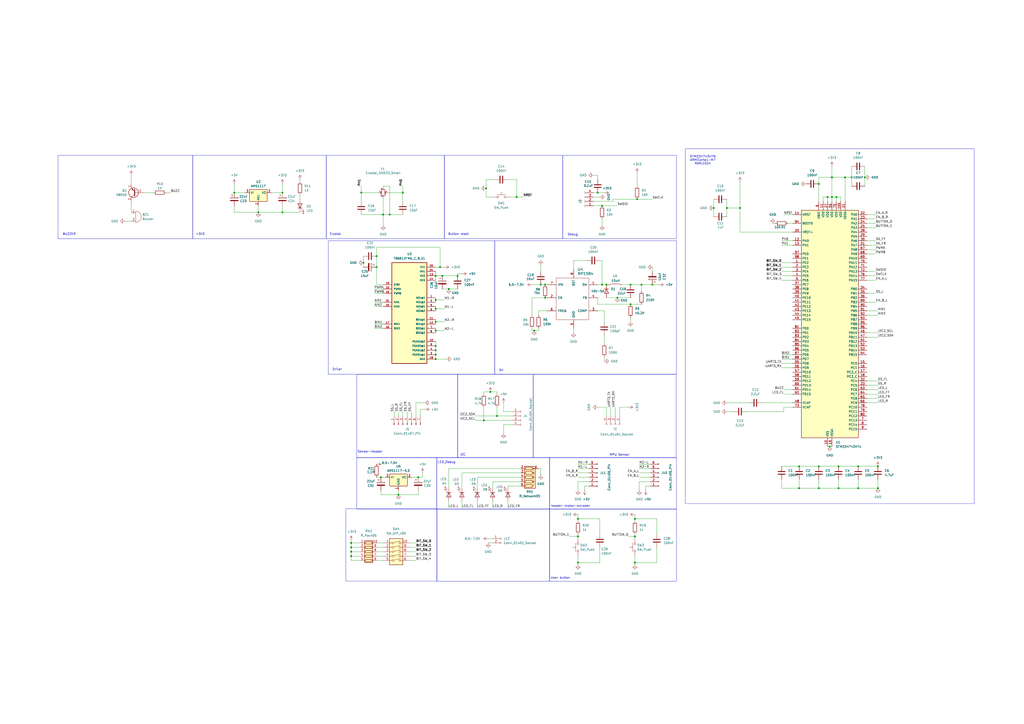
<source format=kicad_sch>
(kicad_sch (version 20231120) (generator "eeschema") (generator_version "8.0")
  (paper "A2")
  (title_block (title "Micromouse24_2"))
  (junction (at 316.23 172.72))
  (junction (at 252.73 173.99))
  (junction (at 252.73 160.02))
  (junction (at 163.83 123.19))
  (junction (at 252.73 186.69))
  (junction (at 463.55 270.51))
  (junction (at 335.28 326.39))
  (junction (at 203.708 322.58))
  (junction (at 299.72 114.3))
  (junction (at 335.28 300.99))
  (junction (at 368.3 300.99))
  (junction (at 281.94 109.22))
  (junction (at 218.44 148.59))
  (junction (at 378.46 165.1))
  (junction (at 368.3 311.15))
  (junction (at 135.89 111.76))
  (junction (at 309.88 191.77))
  (junction (at 463.55 283.21))
  (junction (at 368.3 326.39))
  (junction (at 346.71 111.76))
  (junction (at 474.98 106.68))
  (junction (at 203.708 314.96))
  (junction (at 497.84 270.51))
  (junction (at 365.76 176.53))
  (junction (at 252.73 205.74))
  (junction (at 351.79 165.1))
  (junction (at 509.27 283.21))
  (junction (at 482.6 114.3))
  (junction (at 288.29 241.3))
  (junction (at 501.65 102.87))
  (junction (at 256.54 160.02))
  (junction (at 203.708 320.04))
  (junction (at 349.25 119.38))
  (junction (at 233.68 111.76))
  (junction (at 349.25 165.1))
  (junction (at 421.64 120.65))
  (junction (at 210.82 152.4))
  (junction (at 284.48 227.33))
  (junction (at 209.55 111.76))
  (junction (at 372.11 165.1))
  (junction (at 220.98 276.86))
  (junction (at 429.26 120.65))
  (junction (at 252.73 179.07))
  (junction (at 252.73 208.28))
  (junction (at 474.98 283.21))
  (junction (at 485.14 114.3))
  (junction (at 260.35 167.64))
  (junction (at 480.06 114.3))
  (junction (at 414.02 120.65))
  (junction (at 226.06 124.46))
  (junction (at 358.14 172.72))
  (junction (at 474.98 270.51))
  (junction (at 163.83 111.76))
  (junction (at 369.57 115.57))
  (junction (at 482.6 102.87))
  (junction (at 222.25 124.46))
  (junction (at 231.14 287.02))
  (junction (at 313.69 165.1))
  (junction (at 265.43 160.02))
  (junction (at 255.27 154.94))
  (junction (at 252.73 200.66))
  (junction (at 497.84 283.21))
  (junction (at 218.44 154.94))
  (junction (at 203.708 317.5))
  (junction (at 486.41 270.51))
  (junction (at 365.76 165.1))
  (junction (at 509.27 270.51))
  (junction (at 316.23 165.1))
  (junction (at 280.67 243.84))
  (junction (at 252.73 191.77))
  (junction (at 149.86 123.19))
  (junction (at 252.73 203.2))
  (junction (at 486.41 283.21))
  (junction (at 335.28 311.15))
  (junction (at 490.22 102.87))
  (junction (at 242.57 276.86))
  (junction (at 481.33 259.08))
  (junction (at 494.03 102.87))
  (wire (pts (xy 454.66 236.22) (xy 459.74 236.22)))
  (wire (pts (xy 335.28 298.45) (xy 335.28 300.99)))
  (wire (pts (xy 358.14 172.72) (xy 365.76 172.72)))
  (wire (pts (xy 474.98 270.51) (xy 486.41 270.51)))
  (wire (pts (xy 288.29 236.22) (xy 288.29 241.3)))
  (wire (pts (xy 364.49 236.22) (xy 359.41 236.22)))
  (wire (pts (xy 276.86 290.83) (xy 276.86 294.64)))
  (wire (pts (xy 359.41 241.3) (xy 359.41 236.22)))
  (wire (pts (xy 497.84 270.51) (xy 509.27 270.51)))
  (wire (pts (xy 299.72 114.3) (xy 303.53 114.3)))
  (wire (pts (xy 163.83 119.38) (xy 163.83 123.19)))
  (wire (pts (xy 295.91 114.3) (xy 299.72 114.3)))
  (wire (pts (xy 346.71 104.14) (xy 346.71 101.6)))
  (wire (pts (xy 368.3 300.99) (xy 368.3 302.26)))
  (wire (pts (xy 502.92 124.46) (xy 508 124.46)))
  (wire (pts (xy 238.76 238.76) (xy 238.76 241.3)))
  (wire (pts (xy 340.36 151.13) (xy 332.74 151.13)))
  (wire (pts (xy 335.28 309.88) (xy 335.28 311.15)))
  (wire (pts (xy 173.99 113.03) (xy 173.99 115.57)))
  (wire (pts (xy 224.79 111.76) (xy 233.68 111.76)))
  (wire (pts (xy 252.73 154.94) (xy 255.27 154.94)))
  (wire (pts (xy 421.64 115.57) (xy 421.64 120.65)))
  (wire (pts (xy 217.17 177.8) (xy 222.25 177.8)))
  (wire (pts (xy 502.92 180.34) (xy 509.27 180.34)))
  (wire (pts (xy 369.57 100.33) (xy 369.57 107.95)))
  (wire (pts (xy 210.82 148.59) (xy 210.82 152.4)))
  (wire (pts (xy 502.92 226.06) (xy 509.27 226.06)))
  (wire (pts (xy 502.92 170.18) (xy 508 170.18)))
  (wire (pts (xy 421.64 120.65) (xy 429.26 120.65)))
  (wire (pts (xy 501.65 102.87) (xy 501.65 107.95)))
  (wire (pts (xy 222.25 124.46) (xy 226.06 124.46)))
  (wire (pts (xy 316.23 165.1) (xy 317.5 165.1)))
  (wire (pts (xy 486.41 283.21) (xy 497.84 283.21)))
  (wire (pts (xy 218.948 322.58) (xy 222.25 322.58)))
  (wire (pts (xy 449.58 129.54) (xy 448.31 129.54)))
  (wire (pts (xy 217.17 167.64) (xy 222.25 167.64)))
  (wire (pts (xy 157.48 111.76) (xy 163.83 111.76)))
  (wire (pts (xy 497.84 283.21) (xy 509.27 283.21)))
  (wire (pts (xy 370.84 269.24) (xy 377.19 269.24)))
  (wire (pts (xy 453.39 283.21) (xy 463.55 283.21)))
  (wire (pts (xy 135.89 123.19) (xy 149.86 123.19)))
  (wire (pts (xy 217.17 190.5) (xy 222.25 190.5)))
  (wire (pts (xy 242.57 276.86) (xy 245.11 276.86)))
  (wire (pts (xy 284.48 227.33) (xy 280.67 227.33)))
  (wire (pts (xy 280.67 227.33) (xy 280.67 228.6)))
  (wire (pts (xy 313.69 153.67) (xy 313.69 157.48)))
  (wire (pts (xy 486.41 270.51) (xy 497.84 270.51)))
  (wire (pts (xy 218.44 143.51) (xy 218.44 148.59)))
  (wire (pts (xy 330.2 311.15) (xy 335.28 311.15)))
  (wire (pts (xy 502.92 160.02) (xy 508 160.02)))
  (wire (pts (xy 252.73 160.02) (xy 256.54 160.02)))
  (wire (pts (xy 217.17 187.96) (xy 222.25 187.96)))
  (wire (pts (xy 173.99 104.14) (xy 173.99 105.41)))
  (wire (pts (xy 482.6 102.87) (xy 482.6 114.3)))
  (wire (pts (xy 494.03 96.52) (xy 494.03 102.87)))
  (wire (pts (xy 76.2 101.6) (xy 76.2 106.68)))
  (wire (pts (xy 502.92 195.58) (xy 509.27 195.58)))
  (wire (pts (xy 441.96 233.68) (xy 459.74 233.68)))
  (wire (pts (xy 222.25 114.3) (xy 222.25 124.46)))
  (wire (pts (xy 414.02 115.57) (xy 414.02 120.65)))
  (wire (pts (xy 217.17 170.18) (xy 222.25 170.18)))
  (wire (pts (xy 477.52 114.3) (xy 480.06 114.3)))
  (wire (pts (xy 335.28 276.86) (xy 341.63 276.86)))
  (wire (pts (xy 292.1 233.68) (xy 292.1 238.76)))
  (wire (pts (xy 346.71 180.34) (xy 350.52 180.34)))
  (wire (pts (xy 351.79 236.22) (xy 346.71 236.22)))
  (wire (pts (xy 308.61 191.77) (xy 309.88 191.77)))
  (wire (pts (xy 482.6 102.87) (xy 490.22 102.87)))
  (wire (pts (xy 241.3 314.96) (xy 237.49 314.96)))
  (wire (pts (xy 433.07 238.76) (xy 454.66 238.76)))
  (wire (pts (xy 252.73 172.72) (xy 252.73 173.99)))
  (wire (pts (xy 255.27 154.94) (xy 255.27 143.51)))
  (wire (pts (xy 228.6 238.76) (xy 228.6 241.3)))
  (wire (pts (xy 482.6 96.52) (xy 482.6 102.87)))
  (wire (pts (xy 350.52 194.31) (xy 350.52 199.39)))
  (wire (pts (xy 242.57 284.48) (xy 242.57 287.02)))
  (wire (pts (xy 275.59 243.84) (xy 280.67 243.84)))
  (wire (pts (xy 275.59 241.3) (xy 288.29 241.3)))
  (wire (pts (xy 308.61 172.72) (xy 316.23 172.72)))
  (wire (pts (xy 252.73 205.74) (xy 252.73 208.28)))
  (wire (pts (xy 421.64 120.65) (xy 421.64 125.73)))
  (wire (pts (xy 252.73 173.99) (xy 257.81 173.99)))
  (wire (pts (xy 231.14 238.76) (xy 231.14 241.3)))
  (wire (pts (xy 453.39 278.13) (xy 453.39 283.21)))
  (wire (pts (xy 316.23 172.72) (xy 317.5 172.72)))
  (wire (pts (xy 313.69 271.78) (xy 313.69 275.59)))
  (wire (pts (xy 267.97 274.32) (xy 302.26 274.32)))
  (wire (pts (xy 378.46 157.48) (xy 378.46 154.94)))
  (wire (pts (xy 267.97 290.83) (xy 267.97 294.64)))
  (wire (pts (xy 210.82 152.4) (xy 210.82 154.94)))
  (wire (pts (xy 149.86 119.38) (xy 149.86 123.19)))
  (wire (pts (xy 317.5 180.34) (xy 312.42 180.34)))
  (wire (pts (xy 335.28 279.4) (xy 335.28 284.48)))
  (wire (pts (xy 203.708 314.96) (xy 203.708 313.436)))
  (wire (pts (xy 453.39 152.4) (xy 459.74 152.4)))
  (wire (pts (xy 312.42 271.78) (xy 313.69 271.78)))
  (wire (pts (xy 477.52 116.84) (xy 477.52 114.3)))
  (wire (pts (xy 502.92 193.04) (xy 509.27 193.04)))
  (wire (pts (xy 252.73 200.66) (xy 252.73 203.2)))
  (wire (pts (xy 76.2 116.84) (xy 76.2 123.19)))
  (wire (pts (xy 309.88 191.77) (xy 312.42 191.77)))
  (wire (pts (xy 220.98 284.48) (xy 220.98 287.02)))
  (wire (pts (xy 297.18 246.38) (xy 292.1 246.38)))
  (wire (pts (xy 252.73 186.69) (xy 257.81 186.69)))
  (wire (pts (xy 285.75 283.21) (xy 285.75 279.4)))
  (wire (pts (xy 346.71 165.1) (xy 349.25 165.1)))
  (wire (pts (xy 347.98 300.99) (xy 335.28 300.99)))
  (wire (pts (xy 421.64 233.68) (xy 434.34 233.68)))
  (wire (pts (xy 502.92 231.14) (xy 509.27 231.14)))
  (wire (pts (xy 252.73 173.99) (xy 252.73 175.26)))
  (wire (pts (xy 370.84 274.32) (xy 377.19 274.32)))
  (wire (pts (xy 369.57 115.57) (xy 378.46 115.57)))
  (wire (pts (xy 349.25 127) (xy 349.25 130.81)))
  (wire (pts (xy 252.73 203.2) (xy 252.73 205.74)))
  (wire (pts (xy 502.92 162.56) (xy 508 162.56)))
  (wire (pts (xy 163.83 123.19) (xy 173.99 123.19)))
  (wire (pts (xy 218.948 314.96) (xy 222.25 314.96)))
  (wire (pts (xy 288.29 227.33) (xy 284.48 227.33)))
  (wire (pts (xy 502.92 182.88) (xy 509.27 182.88)))
  (wire (pts (xy 454.66 124.46) (xy 459.74 124.46)))
  (wire (pts (xy 252.73 198.12) (xy 252.73 200.66)))
  (wire (pts (xy 421.64 238.76) (xy 425.45 238.76)))
  (wire (pts (xy 502.92 233.68) (xy 509.27 233.68)))
  (wire (pts (xy 218.44 165.1) (xy 222.25 165.1)))
  (wire (pts (xy 351.79 241.3) (xy 351.79 236.22)))
  (wire (pts (xy 355.6 115.57) (xy 355.6 116.84)))
  (wire (pts (xy 218.44 148.59) (xy 218.44 154.94)))
  (wire (pts (xy 463.55 270.51) (xy 474.98 270.51)))
  (wire (pts (xy 474.98 283.21) (xy 486.41 283.21)))
  (wire (pts (xy 335.28 322.58) (xy 335.28 326.39)))
  (wire (pts (xy 222.25 109.22) (xy 222.25 107.95)))
  (wire (pts (xy 135.89 111.76) (xy 142.24 111.76)))
  (wire (pts (xy 429.26 134.62) (xy 459.74 134.62)))
  (wire (pts (xy 490.22 102.87) (xy 494.03 102.87)))
  (wire (pts (xy 332.74 190.5) (xy 332.74 193.04)))
  (wire (pts (xy 355.6 115.57) (xy 369.57 115.57)))
  (wire (pts (xy 245.11 274.32) (xy 245.11 276.86)))
  (wire (pts (xy 252.73 186.69) (xy 252.73 187.96)))
  (wire (pts (xy 368.3 326.39) (xy 368.3 327.66)))
  (wire (pts (xy 497.84 283.21) (xy 497.84 278.13)))
  (wire (pts (xy 335.28 274.32) (xy 341.63 274.32)))
  (wire (pts (xy 350.52 207.01) (xy 350.52 209.55)))
  (wire (pts (xy 280.67 236.22) (xy 280.67 243.84)))
  (wire (pts (xy 218.44 276.86) (xy 220.98 276.86)))
  (wire (pts (xy 344.17 116.84) (xy 355.6 116.84)))
  (wire (pts (xy 480.06 114.3) (xy 482.6 114.3)))
  (wire (pts (xy 260.35 167.64) (xy 265.43 167.64)))
  (wire (pts (xy 252.73 191.77) (xy 252.73 193.04)))
  (wire (pts (xy 453.39 162.56) (xy 459.74 162.56)))
  (wire (pts (xy 226.06 107.95) (xy 226.06 124.46)))
  (wire (pts (xy 429.26 120.65) (xy 429.26 134.62)))
  (wire (pts (xy 346.71 176.53) (xy 365.76 176.53)))
  (wire (pts (xy 203.708 317.5) (xy 203.708 314.96)))
  (wire (pts (xy 252.73 179.07) (xy 252.73 180.34)))
  (wire (pts (xy 502.92 132.08) (xy 508 132.08)))
  (wire (pts (xy 252.73 191.77) (xy 257.81 191.77)))
  (wire (pts (xy 233.68 238.76) (xy 233.68 241.3)))
  (wire (pts (xy 482.6 114.3) (xy 485.14 114.3)))
  (wire (pts (xy 313.69 165.1) (xy 316.23 165.1)))
  (wire (pts (xy 494.03 102.87) (xy 494.03 107.95)))
  (wire (pts (xy 72.39 128.27) (xy 76.2 128.27)))
  (wire (pts (xy 502.92 220.98) (xy 509.27 220.98)))
  (wire (pts (xy 135.89 119.38) (xy 135.89 123.19)))
  (wire (pts (xy 463.55 283.21) (xy 463.55 278.13)))
  (wire (pts (xy 377.19 279.4) (xy 370.84 279.4)))
  (wire (pts (xy 256.54 167.64) (xy 260.35 167.64)))
  (wire (pts (xy 208.788 317.5) (xy 203.708 317.5)))
  (wire (pts (xy 241.3 233.68) (xy 246.38 233.68)))
  (wire (pts (xy 453.39 154.94) (xy 459.74 154.94)))
  (wire (pts (xy 308.61 165.1) (xy 313.69 165.1)))
  (wire (pts (xy 372.11 165.1) (xy 372.11 168.91)))
  (wire (pts (xy 163.83 111.76) (xy 163.83 106.68)))
  (wire (pts (xy 365.76 184.15) (xy 365.76 186.69)))
  (wire (pts (xy 502.92 129.54) (xy 508 129.54)))
  (wire (pts (xy 241.3 317.5) (xy 237.49 317.5)))
  (wire (pts (xy 218.948 320.04) (xy 222.25 320.04)))
  (wire (pts (xy 238.76 276.86) (xy 242.57 276.86)))
  (wire (pts (xy 453.39 208.28) (xy 459.74 208.28)))
  (wire (pts (xy 209.55 111.76) (xy 209.55 116.84)))
  (wire (pts (xy 502.92 139.7) (xy 508 139.7)))
  (wire (pts (xy 233.68 107.95) (xy 233.68 111.76)))
  (wire (pts (xy 267.97 158.75) (xy 265.43 158.75)))
  (wire (pts (xy 349.25 119.38) (xy 358.14 119.38)))
  (wire (pts (xy 502.92 175.26) (xy 508 175.26)))
  (wire (pts (xy 365.76 165.1) (xy 372.11 165.1)))
  (wire (pts (xy 474.98 278.13) (xy 474.98 283.21)))
  (wire (pts (xy 231.14 287.02) (xy 242.57 287.02)))
  (wire (pts (xy 368.3 311.15) (xy 368.3 312.42)))
  (wire (pts (xy 370.84 271.78) (xy 377.19 271.78)))
  (wire (pts (xy 485.14 114.3) (xy 485.14 116.84)))
  (wire (pts (xy 288.29 228.6) (xy 288.29 227.33)))
  (wire (pts (xy 381 309.88) (xy 381 300.99)))
  (wire (pts (xy 312.42 190.5) (xy 312.42 191.77)))
  (wire (pts (xy 502.92 144.78) (xy 508 144.78)))
  (wire (pts (xy 509.27 283.21) (xy 509.27 278.13)))
  (wire (pts (xy 208.788 322.58) (xy 203.708 322.58)))
  (wire (pts (xy 487.68 114.3) (xy 487.68 116.84)))
  (wire (pts (xy 350.52 180.34) (xy 350.52 186.69)))
  (wire (pts (xy 241.3 325.12) (xy 237.49 325.12)))
  (wire (pts (xy 208.788 325.12) (xy 203.708 325.12)))
  (wire (pts (xy 281.94 114.3) (xy 281.94 109.22)))
  (wire (pts (xy 220.98 287.02) (xy 231.14 287.02)))
  (wire (pts (xy 220.98 276.86) (xy 223.52 276.86)))
  (wire (pts (xy 356.87 236.22) (xy 356.87 241.3)))
  (wire (pts (xy 486.41 283.21) (xy 486.41 278.13)))
  (wire (pts (xy 280.67 243.84) (xy 297.18 243.84)))
  (wire (pts (xy 368.3 309.88) (xy 368.3 311.15)))
  (wire (pts (xy 203.708 320.04) (xy 203.708 317.5)))
  (wire (pts (xy 482.6 102.87) (xy 474.98 102.87)))
  (wire (pts (xy 208.788 320.04) (xy 203.708 320.04)))
  (wire (pts (xy 231.14 284.48) (xy 231.14 287.02)))
  (wire (pts (xy 349.25 165.1) (xy 349.25 151.13)))
  (wire (pts (xy 267.97 283.21) (xy 267.97 274.32)))
  (wire (pts (xy 308.61 172.72) (xy 308.61 182.88)))
  (wire (pts (xy 482.6 114.3) (xy 482.6 116.84)))
  (wire (pts (xy 459.74 226.06) (xy 454.66 226.06)))
  (wire (pts (xy 453.39 205.74) (xy 459.74 205.74)))
  (wire (pts (xy 349.25 165.1) (xy 351.79 165.1)))
  (wire (pts (xy 260.35 290.83) (xy 260.35 294.64)))
  (wire (pts (xy 502.92 223.52) (xy 509.27 223.52)))
  (wire (pts (xy 283.21 312.42) (xy 285.75 312.42)))
  (wire (pts (xy 502.92 228.6) (xy 509.27 228.6)))
  (wire (pts (xy 365.76 176.53) (xy 372.11 176.53)))
  (wire (pts (xy 222.25 124.46) (xy 222.25 130.81)))
  (wire (pts (xy 243.84 237.49) (xy 246.38 237.49)))
  (wire (pts (xy 203.708 322.58) (xy 203.708 320.04)))
  (wire (pts (xy 243.84 241.3) (xy 243.84 237.49)))
  (wire (pts (xy 292.1 246.38) (xy 292.1 251.46)))
  (wire (pts (xy 335.28 300.99) (xy 335.28 302.26)))
  (wire (pts (xy 209.55 107.95) (xy 209.55 111.76)))
  (wire (pts (xy 312.42 180.34) (xy 312.42 182.88)))
  (wire (pts (xy 453.39 213.36) (xy 459.74 213.36)))
  (wire (pts (xy 265.43 158.75) (xy 265.43 160.02)))
  (wire (pts (xy 453.39 139.7) (xy 459.74 139.7)))
  (wire (pts (xy 341.63 281.94) (xy 339.09 281.94)))
  (wire (pts (xy 502.92 157.48) (xy 508 157.48)))
  (wire (pts (xy 294.64 290.83) (xy 294.64 294.64)))
  (wire (pts (xy 285.75 290.83) (xy 285.75 294.64)))
  (wire (pts (xy 208.788 314.96) (xy 203.708 314.96)))
  (wire (pts (xy 457.2 129.54) (xy 459.74 129.54)))
  (wire (pts (xy 252.73 179.07) (xy 257.81 179.07)))
  (wire (pts (xy 344.17 119.38) (xy 349.25 119.38)))
  (wire (pts (xy 252.73 185.42) (xy 252.73 186.69)))
  (wire (pts (xy 370.84 279.4) (xy 370.84 284.48)))
  (wire (pts (xy 429.26 105.41) (xy 429.26 120.65)))
  (wire (pts (xy 370.84 276.86) (xy 377.19 276.86)))
  (wire (pts (xy 351.79 172.72) (xy 358.14 172.72)))
  (wire (pts (xy 222.25 124.46) (xy 209.55 124.46)))
  (wire (pts (xy 335.28 326.39) (xy 335.28 327.66)))
  (wire (pts (xy 96.52 111.76) (xy 99.06 111.76)))
  (wire (pts (xy 218.44 154.94) (xy 218.44 165.1)))
  (wire (pts (xy 299.72 104.14) (xy 294.64 104.14)))
  (wire (pts (xy 341.63 279.4) (xy 335.28 279.4)))
  (wire (pts (xy 381 317.5) (xy 381 326.39)))
  (wire (pts (xy 335.28 311.15) (xy 335.28 312.42)))
  (wire (pts (xy 135.89 106.68) (xy 135.89 111.76)))
  (wire (pts (xy 502.92 142.24) (xy 508 142.24)))
  (wire (pts (xy 260.35 283.21) (xy 260.35 271.78)))
  (wire (pts (xy 294.64 281.94) (xy 294.64 283.21)))
  (wire (pts (xy 233.68 111.76) (xy 233.68 116.84)))
  (wire (pts (xy 414.02 120.65) (xy 414.02 125.73)))
  (wire (pts (xy 335.28 271.78) (xy 341.63 271.78)))
  (wire (pts (xy 490.22 102.87) (xy 490.22 116.84)))
  (wire (pts (xy 281.94 104.14) (xy 287.02 104.14)))
  (wire (pts (xy 453.39 160.02) (xy 459.74 160.02)))
  (wire (pts (xy 236.22 238.76) (xy 236.22 241.3)))
  (wire (pts (xy 294.64 281.94) (xy 302.26 281.94)))
  (wire (pts (xy 222.25 107.95) (xy 226.06 107.95)))
  (wire (pts (xy 474.98 102.87) (xy 474.98 106.68)))
  (wire (pts (xy 344.17 114.3) (xy 347.98 114.3)))
  (wire (pts (xy 260.35 271.78) (xy 302.26 271.78)))
  (wire (pts (xy 283.21 314.96) (xy 285.75 314.96)))
  (wire (pts (xy 217.17 175.26) (xy 222.25 175.26)))
  (wire (pts (xy 252.73 177.8) (xy 252.73 179.07)))
  (wire (pts (xy 255.27 154.94) (xy 257.81 154.94)))
  (wire (pts (xy 501.65 96.52) (xy 501.65 102.87)))
  (wire (pts (xy 474.98 283.21) (xy 463.55 283.21)))
  (wire (pts (xy 252.73 160.02) (xy 252.73 162.56)))
  (wire (pts (xy 378.46 165.1) (xy 382.27 165.1)))
  (wire (pts (xy 454.66 228.6) (xy 459.74 228.6)))
  (wire (pts (xy 252.73 190.5) (xy 252.73 191.77)))
  (wire (pts (xy 372.11 165.1) (xy 378.46 165.1)))
  (wire (pts (xy 360.68 165.1) (xy 365.76 165.1)))
  (wire (pts (xy 218.948 325.12) (xy 222.25 325.12)))
  (wire (pts (xy 480.06 259.08) (xy 481.33 259.08)))
  (wire (pts (xy 364.49 311.15) (xy 368.3 311.15)))
  (wire (pts (xy 453.39 157.48) (xy 459.74 157.48)))
  (wire (pts (xy 308.61 190.5) (xy 308.61 191.77)))
  (wire (pts (xy 354.33 236.22) (xy 354.33 241.3)))
  (wire (pts (xy 347.98 309.88) (xy 347.98 300.99)))
  (wire (pts (xy 502.92 127) (xy 508 127)))
  (wire (pts (xy 276.86 283.21) (xy 276.86 276.86)))
  (wire (pts (xy 332.74 151.13) (xy 332.74 156.21)))
  (wire (pts (xy 344.17 111.76) (xy 346.71 111.76)))
  (wire (pts (xy 453.39 270.51) (xy 463.55 270.51)))
  (wire (pts (xy 252.73 157.48) (xy 252.73 160.02)))
  (wire (pts (xy 368.3 322.58) (xy 368.3 326.39)))
  (wire (pts (xy 485.14 114.3) (xy 487.68 114.3)))
  (wire (pts (xy 281.94 109.22) (xy 281.94 104.14)))
  (wire (pts (xy 299.72 114.3) (xy 299.72 104.14)))
  (wire (pts (xy 335.28 326.39) (xy 347.98 326.39)))
  (wire (pts (xy 453.39 142.24) (xy 459.74 142.24)))
  (wire (pts (xy 285.75 279.4) (xy 302.26 279.4)))
  (wire (pts (xy 335.28 269.24) (xy 341.63 269.24)))
  (wire (pts (xy 480.06 114.3) (xy 480.06 116.84)))
  (wire (pts (xy 226.06 124.46) (xy 233.68 124.46)))
  (wire (pts (xy 218.948 317.5) (xy 222.25 317.5)))
  (wire (pts (xy 252.73 208.28) (xy 259.08 208.28)))
  (wire (pts (xy 149.86 123.19) (xy 163.83 123.19)))
  (wire (pts (xy 83.82 111.76) (xy 88.9 111.76)))
  (wire (pts (xy 203.708 325.12) (xy 203.708 322.58)))
  (wire (pts (xy 351.79 165.1) (xy 353.06 165.1)))
  (wire (pts (xy 368.3 298.45) (xy 368.3 300.99)))
  (wire (pts (xy 346.71 172.72) (xy 346.71 176.53)))
  (wire (pts (xy 241.3 241.3) (xy 241.3 233.68)))
  (wire (pts (xy 368.3 326.39) (xy 381 326.39)))
  (wire (pts (xy 346.71 101.6) (xy 344.17 101.6)))
  (wire (pts (xy 502.92 147.32) (xy 508 147.32)))
  (wire (pts (xy 209.55 111.76) (xy 219.71 111.76)))
  (wire (pts (xy 346.71 111.76) (xy 350.52 111.76)))
  (wire (pts (xy 241.3 322.58) (xy 237.49 322.58)))
  (wire (pts (xy 453.39 210.82) (xy 459.74 210.82)))
  (wire (pts (xy 256.54 160.02) (xy 265.43 160.02)))
  (wire (pts (xy 454.66 238.76) (xy 454.66 236.22)))
  (wire (pts (xy 347.98 151.13) (xy 349.25 151.13)))
  (wire (pts (xy 377.19 281.94) (xy 374.65 281.94)))
  (wire (pts (xy 481.33 259.08) (xy 482.6 259.08)))
  (wire (pts (xy 381 300.99) (xy 368.3 300.99)))
  (wire (pts (xy 288.29 241.3) (xy 297.18 241.3)))
  (wire (pts (xy 285.75 114.3) (xy 281.94 114.3)))
  (wire (pts (xy 374.65 281.94) (xy 374.65 284.48)))
  (wire (pts (xy 255.27 143.51) (xy 218.44 143.51)))
  (wire (pts (xy 339.09 281.94) (xy 339.09 284.48)))
  (wire (pts (xy 297.18 238.76) (xy 292.1 238.76)))
  (wire (pts (xy 241.3 320.04) (xy 237.49 320.04)))
  (wire (pts (xy 347.98 317.5) (xy 347.98 326.39)))
  (wire (pts (xy 474.98 116.84) (xy 474.98 106.68)))
  (wire (pts (xy 276.86 276.86) (xy 302.26 276.86)))
  (rectangle (start 309.372 217.17) (end 392.176 265.43))
  (rectangle (start 287.02 139.7) (end 392.43 217.17))
  (rectangle (start 326.39 90.17) (end 392.43 138.43))
  (rectangle (start 253.365 265.43) (end 318.77 295.275))
  (rectangle (start 318.77 265.43) (end 392.43 295.275))
  (rectangle (start 397.51 86.36) (end 565.15 292.1))
  (rectangle (start 253.365 295.275) (end 318.77 337.185))
  (rectangle (start 257.81 90.17) (end 326.39 138.43))
  (rectangle (start 318.77 295.275) (end 392.43 337.185))
  (rectangle (start 207.01 265.43) (end 253.365 295.275))
  (rectangle (start 207.01 217.17) (end 265.43 265.43))
  (rectangle (start 265.43 217.17) (end 309.245 265.43))
  (rectangle (start 33.655 90.17) (end 111.76 138.43))
  (rectangle (start 189.23 90.17) (end 257.81 138.43))
  (rectangle (start 190.5 139.7) (end 287.02 217.17))
  (rectangle (start 200.66 295.148) (end 253.492 337.058))
  (rectangle (start 111.76 90.17) (end 189.23 138.43))
  (text "MPU Sensor\n" (at 359.41 263.906 0) (effects (font (size 1.27 1.27))))
  (text "User button\n" (at 325.12 335.28 0) (effects (font (size 1.27 1.27))))
  (text "+3V3\n" (at 116.078 135.89 0) (effects (font (size 1.27 1.27))))
  (text "5V" (at 290.83 214.884 0) (effects (font (size 1.27 1.27))))
  (text "Debug\n" (at 332.232 136.144 0) (effects (font (size 1.27 1.27))))
  (text "STM32H743VIT6\nARM:Cortex-M7\nRAM:1024" (at 407.67 92.964 0) (effects (font (size 1.27 1.27))))
  (text "LED_Debug\n" (at 259.08 268.224 0) (effects (font (size 1.27 1.27))))
  (text "Sensor-header\n" (at 214.63 262.128 0) (effects (font (size 1.27 1.27))))
  (text "BUZZER" (at 40.132 135.89 0) (effects (font (size 1.27 1.27))))
  (text "I2C\n" (at 268.478 263.906 0) (effects (font (size 1.27 1.27))))
  (text "Driver\n" (at 195.58 214.376 0) (effects (font (size 1.27 1.27))))
  (text "Button reset\n" (at 265.938 135.89 0) (effects (font (size 1.27 1.27))))
  (text "header-motor-encoder\n" (at 330.962 293.624 0) (effects (font (size 1.27 1.27))))
  (text "Crystal\n" (at 194.564 135.89 0) (effects (font (size 1.27 1.27))))
  (label "BIT_SW_0" (at 241.3 314.96 0) (effects (font (thickness 0.254))))
  (label "SS_FF" (at 508 139.7 0))
  (label "BIT_SW_2" (at 453.39 157.48 180) (effects (font (thickness 0.254))))
  (label "BIT_SW_1" (at 241.3 317.5 0) (effects (font (thickness 0.254))))
  (label "BUTTON_1" (at 330.2 311.15 180))
  (label "SWDIO" (at 508 157.48 0))
  (label "M1-L" (at 257.81 179.07 0))
  (label "UART3_TX" (at 354.33 236.22 90))
  (label "PWMB" (at 217.17 170.18 0))
  (label "SS_R" (at 231.14 238.76 90))
  (label "NRST" (at 303.53 114.3 0) (effects (font (bold yes))))
  (label "LED_FR" (at 294.64 294.64 0))
  (label "I2C2_SDA" (at 509.27 195.58 0))
  (label "LED_FR" (at 509.27 231.14 0))
  (label "PH1" (at 453.39 142.24 0))
  (label "EN_B_R" (at 335.28 274.32 180))
  (label "PH0" (at 453.39 139.7 0))
  (label "BIN1" (at 217.17 187.96 0))
  (label "I2C2_SCL" (at 509.27 193.04 0))
  (label "PH0" (at 233.68 107.95 90) (effects (font (bold yes))))
  (label "LED_R" (at 285.75 294.64 0))
  (label "BIT_SW_3" (at 241.3 322.58 0))
  (label "AIN2" (at 217.17 177.8 0))
  (label "EN_B_L" (at 370.84 276.86 180))
  (label "LED_FF" (at 509.27 228.6 0))
  (label "BUZZ" (at 99.06 111.76 0))
  (label "EN_A_R" (at 508 124.46 0))
  (label "M2-R" (at 257.81 186.69 0))
  (label "NRST" (at 454.66 124.46 0))
  (label "M1-R" (at 257.81 173.99 0))
  (label "BIN2" (at 453.39 205.74 0))
  (label "PH1" (at 209.55 107.95 90) (effects (font (bold yes))))
  (label "M2-R" (at 370.84 271.78 0))
  (label "SWCLK" (at 378.46 115.57 0))
  (label "I2C2_SDA" (at 275.59 241.3 180))
  (label "BUZZ" (at 454.66 226.06 180))
  (label "SWCLK" (at 508 160.02 0))
  (label "BUTTON_1" (at 508 132.08 0))
  (label "UART3_RX" (at 356.87 236.22 90))
  (label "SWDIO" (at 358.14 119.38 0))
  (label "SS_R" (at 509.27 223.52 0))
  (label "EN_A_L" (at 370.84 274.32 180))
  (label "SS_FL" (at 509.27 220.98 0))
  (label "M1-R" (at 335.28 269.24 0))
  (label "BIN2" (at 217.17 190.5 0))
  (label "AIN2" (at 509.27 182.88 0))
  (label "LED_FL" (at 267.97 294.64 0))
  (label "BIT_SW_4" (at 241.3 325.12 0))
  (label "BIT_SW_4" (at 453.39 162.56 180))
  (label "LED_L" (at 509.27 226.06 0))
  (label "M1-L" (at 335.28 271.78 0))
  (label "M2-L" (at 370.84 269.24 0))
  (label "UART3_TX" (at 453.39 210.82 180))
  (label "SS_L" (at 508 170.18 0))
  (label "I2C2_SCL" (at 275.59 243.84 180))
  (label "BIT_SW_3" (at 453.39 160.02 180))
  (label "AIN1" (at 217.17 175.26 0))
  (label "BIN1" (at 453.39 208.28 0))
  (label "BUTTON_0" (at 508 129.54 0))
  (label "EN_B_L" (at 508 175.26 0))
  (label "SS_FR" (at 236.22 238.76 90))
  (label "LED_L" (at 260.35 294.64 0))
  (label "SS_FL" (at 233.68 238.76 90))
  (label "LED_FL" (at 454.66 228.6 180))
  (label "BIT_SW_2" (at 241.3 320.04 0) (effects (font (thickness 0.254))))
  (label "LED_FF" (at 276.86 294.64 0))
  (label "EN_A_L" (at 508 162.56 0))
  (label "PWMB" (at 508 147.32 0))
  (label "M2-L" (at 257.81 191.77 0))
  (label "SS_FR" (at 508 142.24 0))
  (label "EN_A_R" (at 335.28 276.86 180))
  (label "BIT_SW_1" (at 453.39 154.94 180) (effects (font (thickness 0.254))))
  (label "SS_FF" (at 238.76 238.76 90))
  (label "AIN1" (at 509.27 180.34 0))
  (label "PWMA" (at 508 144.78 0))
  (label "BUTTON_0" (at 364.49 311.15 180))
  (label "SS_L" (at 228.6 238.76 90))
  (label "PWMA" (at 217.17 167.64 0))
  (label "BIT_SW_0" (at 453.39 152.4 180) (effects (font (thickness 0.254))))
  (label "EN_B_R" (at 508 127 0))
  (label "LED_R" (at 509.27 233.68 0))
  (label "UART3_RX" (at 453.39 213.36 180))
  (symbol (lib_id "Device:D") (at 351.79 168.91 270) (unit 1)
    (property "Reference" "D1" (at 354.33 167.6399 90) (effects (justify left)))
    (property "Value" "40V-5A" (at 342.9 168.91 90) (effects (justify left)))
    (property "Footprint" "Diode_SMD:D_SMA" (effects (hide yes)))
    (property "Description" "Diode" (effects (hide yes)))
    (property "Sim.Device" "D" (effects (hide yes)))
    (property "Sim.Pins" "1=K 2=A" (effects (hide yes)))
  )
  (symbol (lib_id "Device:C_Polarized") (at 378.46 161.29 180) (unit 1)
    (property "Reference" "C32" (at 385.318 160.528 90))
    (property "Value" "10uF" (at 382.778 160.528 90))
    (property "Footprint" "Capacitor_Tantalum_SMD:CP_EIA-3216-10_Kemet-I" (effects (hide yes)))
    (property "Description" "Polarized capacitor" (effects (hide yes)))
  )
  (symbol (lib_id "power:GND") (at 313.69 275.59 0) (unit 1)
    (property "Reference" "#PWR058" (effects (hide yes)))
    (property "Value" "GND" (at 313.69 280.67 0))
    (property "Description" "Power symbol creates a global label with name \"GND\" , ground" (effects (hide yes)))
  )
  (symbol (lib_id "power:+5V") (at 267.97 158.75 270) (unit 1)
    (property "Reference" "#PWR033" (effects (hide yes)))
    (property "Value" "+5V" (at 271.78 158.7499 90) (effects (justify left)))
    (property "Description" "Power symbol creates a global label with name \"+5V\"" (effects (hide yes)))
  )
  (symbol (lib_id "power:+5V") (at 135.89 106.68 0) (unit 1)
    (property "Reference" "#PWR025" (effects (hide yes)))
    (property "Value" "+5V" (at 135.89 101.6 0))
    (property "Description" "Power symbol creates a global label with name \"+5V\"" (effects (hide yes)))
  )
  (symbol (lib_id "Switch:SW_Push") (at 368.3 317.5 90) (unit 1)
    (property "Reference" "SW3" (at 369.57 316.2299 90) (effects (justify right)))
    (property "Value" "SW_Push" (at 369.57 318.7699 90) (effects (justify right)))
    (property "Footprint" "Button_Switch_SMD:SW_Tactile_SPST_NO_Straight_CK_PTS636Sx25SMTRLFS" (effects (hide yes)))
    (property "Description" "Push button switch, generic, two pins" (effects (hide yes)))
  )
  (symbol (lib_id "power:GND") (at 344.17 101.6 270) (unit 1)
    (property "Reference" "#PWR016" (effects (hide yes)))
    (property "Value" "GND" (at 340.36 101.5999 90) (effects (justify right)))
    (property "Description" "Power symbol creates a global label with name \"GND\" , ground" (effects (hide yes)))
  )
  (symbol (lib_id "Transistor_BJT:S8550") (at 78.74 111.76 180) (unit 1)
    (property "Reference" "Q1" (at 73.66 110.4899 0) (effects (justify left)))
    (property "Value" "S8550" (at 73.66 113.0299 0) (effects (justify left)))
    (property "Footprint" "Package_TO_SOT_SMD:SOT-23" (effects (hide yes)))
    (property "Datasheet" "http://www.unisonic.com.tw/datasheet/S8550.pdf" (effects (hide yes)))
    (property "Description" "0.7A Ic, 20V Vce, Low Voltage High Current PNP Transistor, TO-92" (effects (hide yes)))
  )
  (symbol (lib_id "power:+3V3") (at 429.26 105.41 0) (unit 1)
    (property "Reference" "#PWR07" (effects (hide yes)))
    (property "Value" "+3V3" (at 429.26 100.33 0))
    (property "Description" "Power symbol creates a global label with name \"+3V3\"" (effects (hide yes)))
  )
  (symbol (lib_id "power:+3V3") (at 482.6 96.52 0) (unit 1)
    (property "Reference" "#PWR04" (effects (hide yes)))
    (property "Value" "+3V3" (at 482.6 91.44 0))
    (property "Description" "Power symbol creates a global label with name \"+3V3\"" (effects (hide yes)))
  )
  (symbol (lib_id "Device:C") (at 350.52 190.5 0) (unit 1)
    (property "Reference" "C21" (at 353.822 189.484 0) (effects (justify left)))
    (property "Value" "150pF" (at 353.822 192.024 0) (effects (justify left)))
    (property "Footprint" "Capacitor_SMD:C_0805_2012Metric" (effects (hide yes)))
    (property "Description" "Unpolarized capacitor" (effects (hide yes)))
  )
  (symbol (lib_id "Device:C") (at 417.83 115.57 270) (unit 1)
    (property "Reference" "C10" (at 417.83 107.95 90))
    (property "Value" "100nF" (at 417.83 110.49 90))
    (property "Footprint" "Capacitor_SMD:C_0603_1608Metric" (effects (hide yes)))
    (property "Description" "Unpolarized capacitor" (effects (hide yes)))
  )
  (symbol (lib_id "Device:LED") (at 285.75 287.02 270) (unit 1)
    (property "Reference" "D8" (at 282.702 283.972 90) (effects (justify right)))
    (property "Value" "LED" (at 282.702 281.432 90) (effects (justify right)))
    (property "Footprint" "LED_SMD:LED_0603_1608Metric" (effects (hide yes)))
    (property "Description" "Light emitting diode" (effects (hide yes)))
  )
  (symbol (lib_id "Device:C") (at 209.55 120.65 0) (unit 1)
    (property "Reference" "C16" (at 213.36 119.3799 0) (effects (justify left)))
    (property "Value" "15pF" (at 213.36 121.9199 0) (effects (justify left)))
    (property "Footprint" "Capacitor_SMD:C_0603_1608Metric" (effects (hide yes)))
    (property "Description" "Unpolarized capacitor" (effects (hide yes)))
  )
  (symbol (lib_id "Device:C_Polarized") (at 242.57 280.67 0) (unit 1)
    (property "Reference" "C30" (at 247.904 281.686 0))
    (property "Value" "22uF" (at 247.904 279.146 0))
    (property "Footprint" "Capacitor_Tantalum_SMD:CP_EIA-3216-10_Kemet-I" (effects (hide yes)))
    (property "Description" "Polarized capacitor" (effects (hide yes)))
  )
  (symbol (lib_id "power:GND") (at 210.82 152.4 270) (unit 1)
    (property "Reference" "#PWR032" (effects (hide yes)))
    (property "Value" "GND" (at 207.01 152.3999 90) (effects (justify right)))
    (property "Description" "Power symbol creates a global label with name \"GND\" , ground" (effects (hide yes)))
  )
  (symbol (lib_id "power:+5V") (at 339.09 284.48 180) (unit 1)
    (property "Reference" "#PWR054" (effects (hide yes)))
    (property "Value" "+5V" (at 340.106 289.56 0))
    (property "Description" "Power symbol creates a global label with name \"+5V\"" (effects (hide yes)))
  )
  (symbol (lib_id "Device:C") (at 417.83 125.73 270) (unit 1)
    (property "Reference" "C11" (at 417.83 129.54 90))
    (property "Value" "1uF" (at 418.084 131.826 90))
    (property "Footprint" "Capacitor_SMD:C_0603_1608Metric" (effects (hide yes)))
    (property "Description" "Unpolarized capacitor" (effects (hide yes)))
  )
  (symbol (lib_id "power:+3V3") (at 368.3 298.45 90) (unit 1)
    (property "Reference" "#PWR061" (effects (hide yes)))
    (property "Value" "+3V3" (at 364.49 298.4499 90) (effects (justify left)))
    (property "Description" "Power symbol creates a global label with name \"+3V3\"" (effects (hide yes)))
  )
  (symbol (lib_id "Device:C") (at 486.41 274.32 0) (unit 1)
    (property "Reference" "C4" (at 490.22 273.0499 0) (effects (justify left)))
    (property "Value" "100nF" (at 490.22 275.5899 0) (effects (justify left)))
    (property "Footprint" "Capacitor_SMD:C_0603_1608Metric" (effects (hide yes)))
    (property "Description" "Unpolarized capacitor" (effects (hide yes)))
  )
  (symbol (lib_id "power:+3.3V") (at 203.708 313.436 0) (unit 1)
    (property "Reference" "#PWR069" (effects (hide yes)))
    (property "Value" "+3V3" (at 201.422 308.356 0) (effects (justify left)))
  )
  (symbol (lib_id "MCU_ST_STM32H7:STM32H743VITx") (at 480.06 187.96 0) (unit 1)
    (property "Reference" "U1" (at 484.7941 256.54 0) (effects (justify left)))
    (property "Value" "STM32H743VITx" (at 484.7941 259.08 0) (effects (justify left)))
    (property "Footprint" "Package_QFP:LQFP-100_14x14mm_P0.5mm" (effects (hide yes)))
    (property "Datasheet" "https://www.st.com/resource/en/datasheet/stm32h743vi.pdf" (effects (hide yes)))
    (property "Description" "STMicroelectronics Arm Cortex-M7 MCU, 2048KB flash, 1024KB RAM, 480 MHz, 1.71-3.6V, 82 GPIO, LQFP100" (effects (hide yes)))
  )
  (symbol (lib_id "power:GND") (at 378.46 154.94 270) (unit 1)
    (property "Reference" "#PWR035" (effects (hide yes)))
    (property "Value" "GND" (at 374.65 154.9401 90) (effects (justify right)))
    (property "Description" "Power symbol creates a global label with name \"GND\" , ground" (effects (hide yes)))
  )
  (symbol (lib_id "Device:C") (at 509.27 274.32 0) (unit 1)
    (property "Reference" "C6" (at 513.08 273.0499 0) (effects (justify left)))
    (property "Value" "4.7uF" (at 513.08 275.5899 0) (effects (justify left)))
    (property "Footprint" "Capacitor_SMD:C_0603_1608Metric" (effects (hide yes)))
    (property "Description" "Unpolarized capacitor" (effects (hide yes)))
  )
  (symbol (lib_id "power:GND") (at 259.08 208.28 90) (unit 1)
    (property "Reference" "#PWR031" (effects (hide yes)))
    (property "Value" "GND" (at 262.89 208.2799 90) (effects (justify right)))
    (property "Description" "Power symbol creates a global label with name \"GND\" , ground" (effects (hide yes)))
  )
  (symbol (lib_id "power:+7.5V") (at 283.21 312.42 90) (unit 1)
    (property "Reference" "#PWR064" (effects (hide yes)))
    (property "Value" "6.5-7.5V" (at 274.066 312.42 90))
    (property "Description" "Power symbol creates a global label with name \"+7.5V\"" (effects (hide yes)))
  )
  (symbol (lib_id "power:GND") (at 414.02 120.65 270) (unit 1)
    (property "Reference" "#PWR08" (effects (hide yes)))
    (property "Value" "GND" (at 410.21 120.6499 90) (effects (justify right)))
    (property "Description" "Power symbol creates a global label with name \"GND\" , ground" (effects (hide yes)))
  )
  (symbol (lib_id "Device:R_Network05") (at 307.34 276.86 270) (unit 1)
    (property "Reference" "RN1" (at 307.34 285.242 90))
    (property "Value" "R_Network05" (at 307.34 287.782 90))
    (property "Footprint" "Resistor_SMD:R_Array_Convex_5x0603" (effects (hide yes)))
    (property "Datasheet" "http://www.vishay.com/docs/31509/csc.pdf" (effects (hide yes)))
    (property "Description" "5 resistor network, star topology, bussed resistors, small symbol" (effects (hide yes)))
  )
  (symbol (lib_id "power:+3V3") (at 284.48 227.33 0) (unit 1)
    (property "Reference" "#PWR059" (effects (hide yes)))
    (property "Value" "+3V3" (at 284.48 222.25 0))
    (property "Description" "Power symbol creates a global label with name \"+3V3\"" (effects (hide yes)))
  )
  (symbol (lib_id "Device:LED") (at 173.99 119.38 90) (unit 1)
    (property "Reference" "D2" (at 177.8 119.6974 90) (effects (justify right)))
    (property "Value" "LED" (at 177.8 122.2374 90) (effects (justify right)))
    (property "Footprint" "LED_SMD:LED_0603_1608Metric" (effects (hide yes)))
    (property "Description" "Light emitting diode" (effects (hide yes)))
  )
  (symbol (lib_id "power:GND") (at 292.1 251.46 0) (unit 1)
    (property "Reference" "#PWR040" (effects (hide yes)))
    (property "Value" "GND" (at 292.1 256.54 0))
    (property "Description" "Power symbol creates a global label with name \"GND\" , ground" (effects (hide yes)))
  )
  (symbol (lib_id "power:GND") (at 358.14 172.72 0) (unit 1)
    (property "Reference" "#PWR021" (effects (hide yes)))
    (property "Value" "GND" (at 361.95 174.244 0))
    (property "Description" "Power symbol creates a global label with name \"GND\" , ground" (effects (hide yes)))
  )
  (symbol (lib_id "power:GND") (at 281.94 109.22 270) (unit 1)
    (property "Reference" "#PWR012" (effects (hide yes)))
    (property "Value" "GND" (at 278.13 109.2199 90) (effects (justify right)))
    (property "Description" "Power symbol creates a global label with name \"GND\" , ground" (effects (hide yes)))
  )
  (symbol (lib_id "Device:Buzzer") (at 78.74 125.73 0) (unit 1)
    (property "Reference" "BZ1" (at 82.55 124.4599 0) (effects (justify left)))
    (property "Value" "Buzzer" (at 82.55 126.9999 0) (effects (justify left)))
    (property "Footprint" "Buzzer_Beeper:MagneticBuzzer_CUI_CMT-8504-100-SMT" (effects (hide yes)))
    (property "Description" "Buzzer, polarized" (effects (hide yes)))
  )
  (symbol (lib_id "power:GND") (at 335.28 284.48 0) (unit 1)
    (property "Reference" "#PWR053" (effects (hide yes)))
    (property "Value" "GND" (at 335.28 289.56 0))
    (property "Description" "Power symbol creates a global label with name \"GND\" , ground" (effects (hide yes)))
  )
  (symbol (lib_id "TB6612FNG_C_8_EL:TB6612FNG_C_8_EL") (at 237.49 180.34 0) (unit 1)
    (property "Reference" "U3" (at 237.49 147.32 0))
    (property "Value" "TB6612FNG_C_8_EL" (at 237.49 149.86 0))
    (property "Footprint" "Library:SOP65P760X160-24N" (effects (hide yes)))
    (property "MF" "Toshiba" (effects (hide yes)))
    (property "Description_1" "\n- Motor Driver Power MOSFET Parallel 24-SSOP\n" (effects (hide yes)))
    (property "Package" "SSOP-24 Toshiba" (effects (hide yes)))
    (property "Price" "None" (effects (hide yes)))
    (property "Check_prices" "https://www.snapeda.com/parts/TB6612FNG,C,8,EL/Toshiba+Semiconductor+and+Storage/view-part/?ref=eda" (effects (hide yes)))
    (property "SnapEDA_Link" "https://www.snapeda.com/parts/TB6612FNG,C,8,EL/Toshiba+Semiconductor+and+Storage/view-part/?ref=snap" (effects (hide yes)))
    (property "MP" "TB6612FNG,C,8,EL" (effects (hide yes)))
    (property "Purchase-URL" "https://www.snapeda.com/api/url_track_click_mouser/?unipart_id=424445&manufacturer=Toshiba&part_name=TB6612FNG,C,8,EL&search_term=None" (effects (hide yes)))
    (property "Availability" "In Stock" (effects (hide yes)))
    (property "MANUFACTURER" "Toshiba" (effects (hide yes)))
  )
  (symbol (lib_id "power:GND") (at 313.69 153.67 180) (unit 1)
    (property "Reference" "#PWR023" (effects (hide yes)))
    (property "Value" "GND" (at 313.69 148.59 0))
    (property "Description" "Power symbol creates a global label with name \"GND\" , ground" (effects (hide yes)))
  )
  (symbol (lib_id "Connector:Conn_01x06_Pin") (at 382.27 276.86 180) (unit 1)
    (property "Reference" "J10" (at 383.54 274.3199 0) (effects (justify right)))
    (property "Value" "Conn_01x06_Pin" (at 388.874 284.734 90) (effects (justify right)))
    (property "Footprint" "Connector_JST:JST_SH_BM06B-SRSS-TB_1x06-1MP_P1.00mm_Vertical" (effects (hide yes)))
    (property "Description" "Generic connector, single row, 01x06, script generated" (effects (hide yes)))
  )
  (symbol (lib_id "Device:C") (at 344.17 151.13 90) (unit 1)
    (property "Reference" "C20" (at 344.17 143.51 90))
    (property "Value" "100nF" (at 344.17 146.05 90))
    (property "Footprint" "Capacitor_SMD:C_0603_1608Metric" (effects (hide yes)))
    (property "Description" "Unpolarized capacitor" (effects (hide yes)))
  )
  (symbol (lib_id "Switch:SW_Push") (at 335.28 317.5 90) (unit 1)
    (property "Reference" "SW2" (at 336.55 316.2299 90) (effects (justify right)))
    (property "Value" "SW_Push" (at 336.55 318.7699 90) (effects (justify right)))
    (property "Footprint" "Button_Switch_SMD:SW_Tactile_SPST_NO_Straight_CK_PTS636Sx25SMTRLFS" (effects (hide yes)))
    (property "Description" "Push button switch, generic, two pins" (effects (hide yes)))
  )
  (symbol (lib_id "power:GND") (at 335.28 327.66 0) (unit 1)
    (property "Reference" "#PWR063" (effects (hide yes)))
    (property "Value" "GND" (at 335.28 332.74 0))
    (property "Description" "Power symbol creates a global label with name \"GND\" , ground" (effects (hide yes)))
  )
  (symbol (lib_id "Device:C") (at 365.76 168.91 0) (unit 1)
    (property "Reference" "C18" (at 359.41 167.64 0) (effects (justify left)))
    (property "Value" "22uF" (at 358.14 170.18 0) (effects (justify left)))
    (property "Footprint" "Capacitor_SMD:C_0603_1608Metric" (effects (hide yes)))
    (property "Description" "Unpolarized capacitor" (effects (hide yes)))
  )
  (symbol (lib_id "power:GND") (at 246.38 233.68 90) (unit 1)
    (property "Reference" "#PWR042" (effects (hide yes)))
    (property "Value" "GND" (at 250.19 233.6799 90) (effects (justify right)))
    (property "Description" "Power symbol creates a global label with name \"GND\" , ground" (effects (hide yes)))
  )
  (symbol (lib_id "Device:C_Polarized") (at 214.63 154.94 270) (unit 1)
    (property "Reference" "C25" (at 211.582 157.48 90))
    (property "Value" "10uF" (at 211.582 160.02 90))
    (property "Footprint" "Capacitor_Tantalum_SMD:CP_EIA-3216-10_Kemet-I" (effects (hide yes)))
    (property "Description" "Polarized capacitor" (effects (hide yes)))
  )
  (symbol (lib_id "Device:C") (at 497.84 107.95 270) (unit 1)
    (property "Reference" "C7" (at 497.84 100.33 90))
    (property "Value" "100nF" (at 497.84 102.87 90))
    (property "Footprint" "Capacitor_SMD:C_0603_1608Metric" (effects (hide yes)))
    (property "Description" "Unpolarized capacitor" (effects (hide yes)))
  )
  (symbol (lib_id "Device:R") (at 288.29 232.41 0) (unit 1)
    (property "Reference" "R17" (at 282.956 231.394 0) (effects (justify left)))
    (property "Value" "4.7k" (at 282.956 233.934 0) (effects (justify left)))
    (property "Footprint" "Resistor_SMD:R_0603_1608Metric" (effects (hide yes)))
    (property "Description" "Resistor" (effects (hide yes)))
  )
  (symbol (lib_id "power:GND") (at 332.74 193.04 0) (unit 1)
    (property "Reference" "#PWR029" (effects (hide yes)))
    (property "Value" "GND" (at 332.74 198.12 0))
    (property "Description" "Power symbol creates a global label with name \"GND\" , ground" (effects (hide yes)))
  )
  (symbol (lib_id "Device:C_Polarized") (at 220.98 280.67 0) (unit 1)
    (property "Reference" "C31" (at 215.138 281.686 0))
    (property "Value" "22uF" (at 215.138 279.146 0))
    (property "Footprint" "Capacitor_Tantalum_SMD:CP_EIA-3216-10_Kemet-I" (effects (hide yes)))
    (property "Description" "Polarized capacitor" (effects (hide yes)))
  )
  (symbol (lib_id "power:+7.5V") (at 218.44 269.24 270) (unit 1)
    (property "Reference" "#PWR066" (effects (hide yes)))
    (property "Value" "6.5-7.5V" (at 221.488 268.478 90) (effects (justify left)))
    (property "Description" "Power symbol creates a global label with name \"+7.5V\"" (effects (hide yes)))
  )
  (symbol (lib_id "Device:R_Pack05") (at 213.868 320.04 270) (unit 1)
    (property "Reference" "RN2" (at 213.868 308.102 90))
    (property "Value" "R_Pack05" (at 213.868 310.642 90))
    (property "Footprint" "Resistor_SMD:R_Array_Convex_5x0603" (effects (hide yes)))
    (property "Description" "5 resistor network, parallel topology" (effects (hide yes)))
  )
  (symbol (lib_id "power:+3V3") (at 369.57 100.33 0) (unit 1)
    (property "Reference" "#PWR015" (effects (hide yes)))
    (property "Value" "+3V3" (at 369.57 95.25 0))
    (property "Description" "Power symbol creates a global label with name \"+3V3\"" (effects (hide yes)))
  )
  (symbol (lib_id "Device:LED") (at 267.97 287.02 270) (unit 1)
    (property "Reference" "D3" (at 266.192 280.67 90) (effects (justify right)))
    (property "Value" "LED" (at 266.192 278.13 90) (effects (justify right)))
    (property "Footprint" "LED_SMD:LED_0603_1608Metric" (effects (hide yes)))
    (property "Description" "Light emitting diode" (effects (hide yes)))
  )
  (symbol (lib_id "Device:C") (at 453.39 274.32 0) (unit 1)
    (property "Reference" "C1" (at 457.2 273.0499 0) (effects (justify left)))
    (property "Value" "100nF" (at 457.2 275.5899 0) (effects (justify left)))
    (property "Footprint" "Capacitor_SMD:C_0603_1608Metric" (effects (hide yes)))
    (property "Description" "Unpolarized capacitor" (effects (hide yes)))
  )
  (symbol (lib_id "Device:LED") (at 276.86 287.02 270) (unit 1)
    (property "Reference" "D5" (at 276.098 280.67 90) (effects (justify right)))
    (property "Value" "LED" (at 276.098 278.13 90) (effects (justify right)))
    (property "Footprint" "LED_SMD:LED_0603_1608Metric" (effects (hide yes)))
    (property "Description" "Light emitting diode" (effects (hide yes)))
  )
  (symbol (lib_id "Device:C") (at 214.63 148.59 270) (unit 1)
    (property "Reference" "C22" (at 214.63 140.97 90))
    (property "Value" "100nF" (at 214.63 143.51 90))
    (property "Footprint" "Capacitor_SMD:C_0603_1608Metric" (effects (hide yes)))
    (property "Description" "Unpolarized capacitor" (effects (hide yes)))
  )
  (symbol (lib_id "Device:Crystal_GND23_Small") (at 222.25 111.76 0) (unit 1)
    (property "Reference" "Y1" (at 221.996 98.044 0))
    (property "Value" "Crystal_GND23_Small" (at 222.25 100.33 0))
    (property "Footprint" "Crystal:Crystal_SMD_3225-4Pin_3.2x2.5mm" (effects (hide yes)))
    (property "Description" "Four pin crystal, GND on pins 2 and 3, small symbol" (effects (hide yes)))
  )
  (symbol (lib_id "Connector:Conn_01x04_Socket") (at 356.87 246.38 270) (unit 1)
    (property "Reference" "J1" (at 356.8701 247.65 0) (effects (justify left)))
    (property "Value" "Conn_01x04_Socket" (at 348.234 251.968 90) (effects (justify left)))
    (property "Footprint" "JST-254:JST 4" (effects (hide yes)))
    (property "Description" "Generic connector, single row, 01x04, script generated" (effects (hide yes)))
  )
  (symbol (lib_id "Device:C_Polarized") (at 256.54 163.83 0) (unit 1)
    (property "Reference" "C26" (at 250.444 165.354 90))
    (property "Value" "10uF" (at 252.984 165.354 90))
    (property "Footprint" "Capacitor_Tantalum_SMD:CP_EIA-3216-10_Kemet-I" (effects (hide yes)))
    (property "Description" "Polarized capacitor" (effects (hide yes)))
  )
  (symbol (lib_id "Device:R") (at 280.67 232.41 0) (unit 1)
    (property "Reference" "R18" (at 275.336 231.394 0) (effects (justify left)))
    (property "Value" "4.7k" (at 275.336 233.934 0) (effects (justify left)))
    (property "Footprint" "Resistor_SMD:R_0603_1608Metric" (effects (hide yes)))
    (property "Description" "Resistor" (effects (hide yes)))
  )
  (symbol (lib_id "Switch:SW_Push") (at 290.83 114.3 0) (unit 1)
    (property "Reference" "SW1" (at 290.83 117.856 0))
    (property "Value" "SW_Push" (at 290.83 120.396 0))
    (property "Footprint" "Button_Switch_SMD:SW_Tactile_SPST_NO_Straight_CK_PTS636Sx25SMTRLFS" (effects (hide yes)))
    (property "Description" "Push button switch, generic, two pins" (effects (hide yes)))
  )
  (symbol (lib_id "Device:R") (at 365.76 180.34 180) (unit 1)
    (property "Reference" "R5" (at 368.3 179.0699 0) (effects (justify right)))
    (property "Value" "40.2K" (at 368.3 181.6099 0) (effects (justify right)))
    (property "Footprint" "Resistor_SMD:R_0805_2012Metric" (effects (hide yes)))
    (property "Description" "Resistor" (effects (hide yes)))
  )
  (symbol (lib_id "mp1584:MP1584") (at 332.74 172.72 0) (unit 1)
    (property "Reference" "U4" (at 334.9341 156.21 0) (effects (font (size 1.524 1.524)) (justify left)))
    (property "Value" "MP1584" (at 334.9341 158.75 0) (effects (font (size 1.524 1.524)) (justify left)))
    (property "Footprint" "MP1584:SO-08POWER" (effects (hide yes)))
  )
  (symbol (lib_id "Regulator_Linear:AMS1117") (at 149.86 111.76 0) (unit 1)
    (property "Reference" "U2" (at 149.86 105.41 0))
    (property "Value" "AMS1117" (at 149.86 107.95 0))
    (property "Footprint" "Package_TO_SOT_SMD:SOT-223-3_TabPin2" (effects (hide yes)))
    (property "Datasheet" "http://www.advanced-monolithic.com/pdf/ds1117.pdf" (effects (hide yes)))
    (property "Description" "1A Low Dropout regulator, positive, adjustable output, SOT-223" (effects (hide yes)))
  )
  (symbol (lib_id "power:GND") (at 149.86 123.19 0) (unit 1)
    (property "Reference" "#PWR027" (effects (hide yes)))
    (property "Value" "GND" (at 149.86 128.27 0))
    (property "Description" "Power symbol creates a global label with name \"GND\" , ground" (effects (hide yes)))
  )
  (symbol (lib_id "Device:R") (at 308.61 186.69 0) (unit 1)
    (property "Reference" "R9" (at 303.276 185.674 0) (effects (justify left)))
    (property "Value" "20k" (at 303.276 188.214 0) (effects (justify left)))
    (property "Footprint" "Resistor_SMD:R_0805_2012Metric" (effects (hide yes)))
    (property "Description" "Resistor" (effects (hide yes)))
  )
  (symbol (lib_id "Connector:Conn_01x06_Pin") (at 346.71 276.86 180) (unit 1)
    (property "Reference" "J11" (at 347.98 274.3199 0) (effects (justify right)))
    (property "Value" "Conn_01x06_Pin" (at 353.314 284.734 90) (effects (justify right)))
    (property "Footprint" "Connector_JST:JST_SH_BM06B-SRSS-TB_1x06-1MP_P1.00mm_Vertical" (effects (hide yes)))
    (property "Description" "Generic connector, single row, 01x06, script generated" (effects (hide yes)))
  )
  (symbol (lib_id "Connector:Conn_01x04_Socket") (at 339.09 116.84 180) (unit 1)
    (property "Reference" "J2" (at 336.55 116.84 90))
    (property "Value" "Conn_01x04_Socket" (effects (hide yes)))
    (property "Footprint" "JST-254:JST 4" (effects (hide yes)))
    (property "Description" "Generic connector, single row, 01x04, script generated" (effects (hide yes)))
  )
  (symbol (lib_id "Device:C") (at 471.17 106.68 270) (unit 1)
    (property "Reference" "C9" (at 471.17 99.06 90))
    (property "Value" "100nF" (at 471.17 101.6 90))
    (property "Footprint" "Capacitor_SMD:C_0603_1608Metric" (effects (hide yes)))
    (property "Description" "Unpolarized capacitor" (effects (hide yes)))
  )
  (symbol (lib_id "power:+3V3") (at 257.81 154.94 270) (unit 1)
    (property "Reference" "#PWR056" (effects (hide yes)))
    (property "Value" "+3V3" (at 261.62 154.9399 90) (effects (justify left)))
    (property "Description" "Power symbol creates a global label with name \"+3V3\"" (effects (hide yes)))
  )
  (symbol (lib_id "Device:R") (at 350.52 203.2 0) (unit 1)
    (property "Reference" "R7" (at 353.06 201.9299 0) (effects (justify left)))
    (property "Value" "100K" (at 353.06 204.4699 0) (effects (justify left)))
    (property "Footprint" "Resistor_SMD:R_0603_1608Metric" (effects (hide yes)))
    (property "Description" "Resistor" (effects (hide yes)))
  )
  (symbol (lib_id "Switch:SW_DIP_x05") (at 229.87 320.04 0) (unit 1)
    (property "Reference" "SW4" (at 229.87 306.832 0))
    (property "Value" "SW_DIP_x05" (at 229.87 309.372 0))
    (property "Footprint" "Button_Switch_SMD:SW_DIP_SPSTx05_Slide_KingTek_DSHP05TS_W7.62mm_P1.27mm" (effects (hide yes)))
    (property "Description" "5x DIP Switch, Single Pole Single Throw (SPST) switch, small symbol" (effects (hide yes)))
  )
  (symbol (lib_id "power:+3V3") (at 335.28 298.45 90) (unit 1)
    (property "Reference" "#PWR062" (effects (hide yes)))
    (property "Value" "+3V3" (at 331.47 298.4499 90) (effects (justify left)))
    (property "Description" "Power symbol creates a global label with name \"+3V3\"" (effects (hide yes)))
  )
  (symbol (lib_id "power:GND") (at 421.64 238.76 270) (unit 1)
    (property "Reference" "#PWR09" (effects (hide yes)))
    (property "Value" "GND" (at 417.83 238.7599 90) (effects (justify right)))
    (property "Description" "Power symbol creates a global label with name \"GND\" , ground" (effects (hide yes)))
  )
  (symbol (lib_id "Connector:Conn_01x02_Socket") (at 290.83 312.42 0) (unit 1)
    (property "Reference" "J12" (at 292.1 312.4199 0) (effects (justify left)))
    (property "Value" "Conn_01x02_Socket" (at 292.1 314.9599 0) (effects (justify left)))
    (property "Footprint" "Connector_JST:JST_XA_B02B-XASK-1_1x02_P2.50mm_Vertical" (effects (hide yes)))
    (property "Description" "Generic connector, single row, 01x02, script generated" (effects (hide yes)))
  )
  (symbol (lib_id "power:+5V") (at 246.38 237.49 270) (unit 1)
    (property "Reference" "#PWR041" (effects (hide yes)))
    (property "Value" "+5V" (at 250.19 237.4899 90) (effects (justify left)))
    (property "Description" "Power symbol creates a global label with name \"+5V\"" (effects (hide yes)))
  )
  (symbol (lib_id "Device:C") (at 347.98 313.69 0) (unit 1)
    (property "Reference" "C29" (at 348.742 318.516 0) (effects (justify left)))
    (property "Value" "100nF" (at 348.742 321.056 0) (effects (justify left)))
    (property "Footprint" "Capacitor_SMD:C_0603_1608Metric" (effects (hide yes)))
    (property "Description" "Unpolarized capacitor" (effects (hide yes)))
  )
  (symbol (lib_id "power:GND") (at 481.33 259.08 0) (unit 1)
    (property "Reference" "#PWR01" (effects (hide yes)))
    (property "Value" "GND" (at 481.33 264.16 0))
    (property "Description" "Power symbol creates a global label with name \"GND\" , ground" (effects (hide yes)))
  )
  (symbol (lib_id "Device:C") (at 463.55 274.32 0) (unit 1)
    (property "Reference" "C2" (at 467.36 273.0499 0) (effects (justify left)))
    (property "Value" "100nF" (at 467.36 275.5899 0) (effects (justify left)))
    (property "Footprint" "Capacitor_SMD:C_0603_1608Metric" (effects (hide yes)))
    (property "Description" "Unpolarized capacitor" (effects (hide yes)))
  )
  (symbol (lib_id "power:+3V3") (at 350.52 111.76 270) (unit 1)
    (property "Reference" "#PWR014" (effects (hide yes)))
    (property "Value" "+3V3" (at 349.504 109.22 90) (effects (justify left)))
    (property "Description" "Power symbol creates a global label with name \"+3V3\"" (effects (hide yes)))
  )
  (symbol (lib_id "Device:R") (at 368.3 306.07 0) (unit 1)
    (property "Reference" "R19" (at 370.84 304.7999 0) (effects (justify left)))
    (property "Value" "1k" (at 370.84 307.3399 0) (effects (justify left)))
    (property "Footprint" "Resistor_SMD:R_0603_1608Metric" (effects (hide yes)))
    (property "Description" "Resistor" (effects (hide yes)))
  )
  (symbol (lib_id "power:GND") (at 467.36 106.68 270) (unit 1)
    (property "Reference" "#PWR06" (effects (hide yes)))
    (property "Value" "GND" (at 463.55 106.6799 90) (effects (justify right)))
    (property "Description" "Power symbol creates a global label with name \"GND\" , ground" (effects (hide yes)))
  )
  (symbol (lib_id "power:+5V") (at 292.1 233.68 0) (unit 1)
    (property "Reference" "#PWR039" (effects (hide yes)))
    (property "Value" "+5V" (at 292.1 228.6 0))
    (property "Description" "Power symbol creates a global label with name \"+5V\"" (effects (hide yes)))
  )
  (symbol (lib_id "power:+5V") (at 382.27 165.1 270) (unit 1)
    (property "Reference" "#PWR019" (effects (hide yes)))
    (property "Value" "+5V" (at 386.08 165.0999 90) (effects (justify left)))
    (property "Description" "Power symbol creates a global label with name \"+5V\"" (effects (hide yes)))
  )
  (symbol (lib_id "Device:C") (at 497.84 274.32 0) (unit 1)
    (property "Reference" "C5" (at 501.65 273.0499 0) (effects (justify left)))
    (property "Value" "100nF" (at 501.65 275.5899 0) (effects (justify left)))
    (property "Footprint" "Capacitor_SMD:C_0603_1608Metric" (effects (hide yes)))
    (property "Description" "Unpolarized capacitor" (effects (hide yes)))
  )
  (symbol (lib_id "Device:R") (at 335.28 306.07 0) (unit 1)
    (property "Reference" "R20" (at 337.82 304.7999 0) (effects (justify left)))
    (property "Value" "1k" (at 337.82 307.3399 0) (effects (justify left)))
    (property "Footprint" "Resistor_SMD:R_0603_1608Metric" (effects (hide yes)))
    (property "Description" "Resistor" (effects (hide yes)))
  )
  (symbol (lib_id "power:GND") (at 347.98 114.3 90) (unit 1)
    (property "Reference" "#PWR013" (effects (hide yes)))
    (property "Value" "GND" (at 353.06 114.3 0))
    (property "Description" "Power symbol creates a global label with name \"GND\" , ground" (effects (hide yes)))
  )
  (symbol (lib_id "Device:R") (at 312.42 186.69 0) (unit 1)
    (property "Reference" "R6" (at 314.96 185.4199 0) (effects (justify left)))
    (property "Value" "100k" (at 314.96 187.9599 0) (effects (justify left)))
    (property "Footprint" "Resistor_SMD:R_0603_1608Metric" (effects (hide yes)))
    (property "Description" "Resistor" (effects (hide yes)))
  )
  (symbol (lib_id "power:+3V3") (at 364.49 236.22 270) (unit 1)
    (property "Reference" "#PWR030" (effects (hide yes)))
    (property "Value" "+3V3" (at 369.57 236.22 0))
    (property "Description" "Power symbol creates a global label with name \"+3V3\"" (effects (hide yes)))
  )
  (symbol (lib_id "power:+3V3") (at 76.2 101.6 0) (unit 1)
    (property "Reference" "#PWR037" (effects (hide yes)))
    (property "Value" "+3V3" (at 76.2 96.52 0))
    (property "Description" "Power symbol creates a global label with name \"+3V3\"" (effects (hide yes)))
  )
  (symbol (lib_id "Device:R") (at 173.99 109.22 0) (unit 1)
    (property "Reference" "R11" (at 176.53 107.9499 0) (effects (justify left)))
    (property "Value" "1K" (at 176.53 110.4899 0) (effects (justify left)))
    (property "Footprint" "Resistor_SMD:R_0603_1608Metric" (effects (hide yes)))
    (property "Description" "Resistor" (effects (hide yes)))
  )
  (symbol (lib_id "Device:C") (at 429.26 238.76 270) (unit 1)
    (property "Reference" "C13" (at 429.26 244.094 90))
    (property "Value" "2.2uF" (at 429.26 246.634 90))
    (property "Footprint" "Capacitor_SMD:C_0603_1608Metric" (effects (hide yes)))
    (property "Description" "Unpolarized capacitor" (effects (hide yes)))
  )
  (symbol (lib_id "power:+3V3") (at 173.99 104.14 0) (unit 1)
    (property "Reference" "#PWR057" (effects (hide yes)))
    (property "Value" "+3V3" (at 173.99 99.06 0))
    (property "Description" "Power symbol creates a global label with name \"+3V3\"" (effects (hide yes)))
  )
  (symbol (lib_id "power:GND") (at 260.35 167.64 0) (unit 1)
    (property "Reference" "#PWR034" (effects (hide yes)))
    (property "Value" "GND" (at 264.16 169.926 0))
    (property "Description" "Power symbol creates a global label with name \"GND\" , ground" (effects (hide yes)))
  )
  (symbol (lib_id "power:GND") (at 509.27 283.21 0) (unit 1)
    (property "Reference" "#PWR02" (effects (hide yes)))
    (property "Value" "GND" (at 509.27 288.29 0))
    (property "Description" "Power symbol creates a global label with name \"GND\" , ground" (effects (hide yes)))
  )
  (symbol (lib_id "Device:LED") (at 294.64 287.02 270) (unit 1)
    (property "Reference" "D9" (at 291.338 284.734 90) (effects (justify right)))
    (property "Value" "LED" (at 291.592 282.448 90) (effects (justify right)))
    (property "Footprint" "LED_SMD:LED_0603_1608Metric" (effects (hide yes)))
    (property "Description" "Light emitting diode" (effects (hide yes)))
  )
  (symbol (lib_id "power:+5V") (at 374.65 284.48 180) (unit 1)
    (property "Reference" "#PWR051" (effects (hide yes)))
    (property "Value" "+5V" (at 375.666 289.56 0))
    (property "Description" "Power symbol creates a global label with name \"+5V\"" (effects (hide yes)))
  )
  (symbol (lib_id "power:GND") (at 350.52 209.55 90) (unit 1)
    (property "Reference" "#PWR028" (effects (hide yes)))
    (property "Value" "GND" (at 354.33 209.5499 90) (effects (justify right)))
    (property "Description" "Power symbol creates a global label with name \"GND\" , ground" (effects (hide yes)))
  )
  (symbol (lib_id "power:GND") (at 309.88 191.77 0) (unit 1)
    (property "Reference" "#PWR024" (effects (hide yes)))
    (property "Value" "GND" (at 309.88 196.85 0))
    (property "Description" "Power symbol creates a global label with name \"GND\" , ground" (effects (hide yes)))
  )
  (symbol (lib_id "power:+3V3") (at 509.27 270.51 0) (unit 1)
    (property "Reference" "#PWR03" (effects (hide yes)))
    (property "Value" "+3V3" (at 509.27 265.43 0))
    (property "Description" "Power symbol creates a global label with name \"+3V3\"" (effects (hide yes)))
  )
  (symbol (lib_id "Device:C") (at 233.68 120.65 0) (unit 1)
    (property "Reference" "C17" (at 237.49 119.3799 0) (effects (justify left)))
    (property "Value" "15pF" (at 237.49 121.9199 0) (effects (justify left)))
    (property "Footprint" "Capacitor_SMD:C_0603_1608Metric" (effects (hide yes)))
    (property "Description" "Unpolarized capacitor" (effects (hide yes)))
  )
  (symbol (lib_id "Regulator_Linear:AMS1117-5.0") (at 231.14 276.86 0) (unit 1)
    (property "Reference" "U5" (at 231.14 270.51 0))
    (property "Value" "AMS1117-5.0" (at 231.14 273.05 0))
    (property "Footprint" "Package_TO_SOT_SMD:SOT-223-3_TabPin2" (effects (hide yes)))
    (property "Datasheet" "http://www.advanced-monolithic.com/pdf/ds1117.pdf" (effects (hide yes)))
    (property "Description" "1A Low Dropout regulator, positive, 5.0V fixed output, SOT-223" (effects (hide yes)))
  )
  (symbol (lib_id "Connector:Conn_01x07_Pin") (at 236.22 246.38 90) (unit 1)
    (property "Reference" "J5" (at 236.22 248.92 90))
    (property "Value" "Conn_01x07_Pin" (at 236.22 251.46 90))
    (property "Footprint" "Connector_PinHeader_2.54mm:PinHeader_1x07_P2.54mm_Vertical" (effects (hide yes)))
    (property "Description" "Generic connector, single row, 01x07, script generated" (effects (hide yes)))
  )
  (symbol (lib_id "power:GND") (at 231.14 287.02 0) (unit 1)
    (property "Reference" "#PWR067" (effects (hide yes)))
    (property "Value" "GND" (at 231.14 292.1 0))
    (property "Description" "Power symbol creates a global label with name \"GND\" , ground" (effects (hide yes)))
  )
  (symbol (lib_id "Connector:Conn_01x04_Socket") (at 302.26 241.3 0) (unit 1)
    (property "Reference" "J4" (at 303.53 241.2999 0) (effects (justify left)))
    (property "Value" "Conn_01x04_Socket" (at 307.848 249.936 90) (effects (justify left)))
    (property "Footprint" "JST-254:JST 4" (effects (hide yes)))
    (property "Description" "Generic connector, single row, 01x04, script generated" (effects (hide yes)))
  )
  (symbol (lib_id "Device:C") (at 438.15 233.68 270) (unit 1)
    (property "Reference" "C12" (at 438.15 226.06 90))
    (property "Value" "2.2uF" (at 438.15 228.6 90))
    (property "Footprint" "Capacitor_SMD:C_0603_1608Metric" (effects (hide yes)))
    (property "Description" "Unpolarized capacitor" (effects (hide yes)))
  )
  (symbol (lib_id "Device:R") (at 316.23 168.91 0) (unit 1)
    (property "Reference" "R8" (at 310.642 167.894 0) (effects (justify left)))
    (property "Value" "75k" (at 309.626 169.926 0) (effects (justify left)))
    (property "Footprint" "Resistor_SMD:R_0805_2012Metric" (effects (hide yes)))
    (property "Description" "Resistor" (effects (hide yes)))
  )
  (symbol (lib_id "power:+3V3") (at 163.83 106.68 0) (unit 1)
    (property "Reference" "#PWR026" (effects (hide yes)))
    (property "Value" "+3V3" (at 163.83 101.6 0))
    (property "Description" "Power symbol creates a global label with name \"+3V3\"" (effects (hide yes)))
  )
  (symbol (lib_id "Device:C") (at 265.43 163.83 0) (unit 1)
    (property "Reference" "C27" (at 269.24 162.5599 0) (effects (justify left)))
    (property "Value" "100nF" (at 269.24 165.0999 0) (effects (justify left)))
    (property "Footprint" "Capacitor_SMD:C_0603_1608Metric" (effects (hide yes)))
    (property "Description" "Unpolarized capacitor" (effects (hide yes)))
  )
  (symbol (lib_id "power:GND") (at 421.64 233.68 270) (unit 1)
    (property "Reference" "#PWR010" (effects (hide yes)))
    (property "Value" "GND" (at 417.83 233.6799 90) (effects (justify right)))
    (property "Description" "Power symbol creates a global label with name \"GND\" , ground" (effects (hide yes)))
  )
  (symbol (lib_id "Device:L") (at 356.87 165.1 90) (unit 1)
    (property "Reference" "L1" (at 356.87 160.02 90))
    (property "Value" "15uH" (at 357.124 162.814 90))
    (property "Footprint" "Inductor_SMD:L_7.3x7.3_H4.5" (effects (hide yes)))
    (property "Description" "Inductor" (effects (hide yes)))
  )
  (symbol (lib_id "Device:C") (at 497.84 96.52 270) (unit 1)
    (property "Reference" "C8" (at 497.84 88.9 90))
    (property "Value" "100nF" (at 497.84 91.44 90))
    (property "Footprint" "Capacitor_SMD:C_0603_1608Metric" (effects (hide yes)))
    (property "Description" "Unpolarized capacitor" (effects (hide yes)))
  )
  (symbol (lib_id "power:GND") (at 501.65 102.87 90) (unit 1)
    (property "Reference" "#PWR05" (effects (hide yes)))
    (property "Value" "GND" (at 505.46 102.8699 90) (effects (justify right)))
    (property "Description" "Power symbol creates a global label with name \"GND\" , ground" (effects (hide yes)))
  )
  (symbol (lib_id "Device:LED") (at 260.35 287.02 270) (unit 1)
    (property "Reference" "D4" (at 259.08 280.416 90) (effects (justify right)))
    (property "Value" "LED" (at 259.08 277.876 90) (effects (justify right)))
    (property "Footprint" "LED_SMD:LED_0603_1608Metric" (effects (hide yes)))
    (property "Description" "Light emitting diode" (effects (hide yes)))
  )
  (symbol (lib_id "power:GND") (at 365.76 186.69 0) (unit 1)
    (property "Reference" "#PWR020" (effects (hide yes)))
    (property "Value" "GND" (at 365.76 191.77 0))
    (property "Description" "Power symbol creates a global label with name \"GND\" , ground" (effects (hide yes)))
  )
  (symbol (lib_id "Device:C") (at 313.69 161.29 0) (unit 1)
    (property "Reference" "C19" (at 305.816 159.512 0) (effects (justify left)))
    (property "Value" "10uF" (at 305.308 161.798 0) (effects (justify left)))
    (property "Footprint" "Capacitor_SMD:C_0603_1608Metric" (effects (hide yes)))
    (property "Description" "Unpolarized capacitor" (effects (hide yes)))
  )
  (symbol (lib_id "power:GND") (at 349.25 130.81 0) (unit 1)
    (property "Reference" "#PWR017" (effects (hide yes)))
    (property "Value" "GND" (at 349.25 135.89 0))
    (property "Description" "Power symbol creates a global label with name \"GND\" , ground" (effects (hide yes)))
  )
  (symbol (lib_id "Device:C_Polarized") (at 163.83 115.57 0) (unit 1)
    (property "Reference" "C24" (at 169.164 116.586 0))
    (property "Value" "22uF" (at 169.164 114.046 0))
    (property "Footprint" "Capacitor_Tantalum_SMD:CP_EIA-3216-10_Kemet-I" (effects (hide yes)))
    (property "Description" "Polarized capacitor" (effects (hide yes)))
  )
  (symbol (lib_id "power:GND") (at 448.31 129.54 180) (unit 1)
    (property "Reference" "#PWR011" (effects (hide yes)))
    (property "Value" "GND" (at 448.31 124.46 0))
    (property "Description" "Power symbol creates a global label with name \"GND\" , ground" (effects (hide yes)))
  )
  (symbol (lib_id "Device:R") (at 372.11 172.72 0) (unit 1)
    (property "Reference" "R4" (at 374.65 171.4499 0) (effects (justify left)))
    (property "Value" "210K" (at 374.65 173.9899 0) (effects (justify left)))
    (property "Footprint" "Resistor_SMD:R_0603_1608Metric" (effects (hide yes)))
    (property "Description" "Resistor" (effects (hide yes)))
  )
  (symbol (lib_id "Device:R") (at 453.39 129.54 90) (unit 1)
    (property "Reference" "R1" (at 454.406 131.826 90))
    (property "Value" "10K" (at 451.104 131.826 90))
    (property "Footprint" "Resistor_SMD:R_0603_1608Metric" (effects (hide yes)))
    (property "Description" "Resistor" (effects (hide yes)))
  )
  (symbol (lib_id "Device:R") (at 349.25 123.19 0) (unit 1)
    (property "Reference" "R3" (at 351.79 121.9199 0) (effects (justify left)))
    (property "Value" "10K" (at 351.79 124.4599 0) (effects (justify left)))
    (property "Footprint" "Resistor_SMD:R_0603_1608Metric" (effects (hide yes)))
    (property "Description" "Resistor" (effects (hide yes)))
  )
  (symbol (lib_id "power:GND") (at 222.25 130.81 0) (unit 1)
    (property "Reference" "#PWR018" (effects (hide yes)))
    (property "Value" "GND" (at 222.25 135.89 0))
    (property "Description" "Power symbol creates a global label with name \"GND\" , ground" (effects (hide yes)))
  )
  (symbol (lib_id "power:GND") (at 368.3 327.66 0) (unit 1)
    (property "Reference" "#PWR060" (effects (hide yes)))
    (property "Value" "GND" (at 368.3 332.74 0))
    (property "Description" "Power symbol creates a global label with name \"GND\" , ground" (effects (hide yes)))
  )
  (symbol (lib_id "power:GND") (at 370.84 284.48 0) (unit 1)
    (property "Reference" "#PWR052" (effects (hide yes)))
    (property "Value" "GND" (at 370.84 289.56 0))
    (property "Description" "Power symbol creates a global label with name \"GND\" , ground" (effects (hide yes)))
  )
  (symbol (lib_id "power:GND") (at 283.21 314.96 0) (unit 1)
    (property "Reference" "#PWR065" (effects (hide yes)))
    (property "Value" "GND" (at 283.21 320.04 0))
    (property "Description" "Power symbol creates a global label with name \"GND\" , ground" (effects (hide yes)))
  )
  (symbol (lib_id "Device:C") (at 381 313.69 0) (unit 1)
    (property "Reference" "C28" (at 384.81 312.4199 0) (effects (justify left)))
    (property "Value" "100nF" (at 384.81 314.9599 0) (effects (justify left)))
    (property "Footprint" "Capacitor_SMD:C_0603_1608Metric" (effects (hide yes)))
    (property "Description" "Unpolarized capacitor" (effects (hide yes)))
  )
  (symbol (lib_id "Device:C") (at 474.98 274.32 0) (unit 1)
    (property "Reference" "C3" (at 478.79 273.0499 0) (effects (justify left)))
    (property "Value" "100nF" (at 478.79 275.5899 0) (effects (justify left)))
    (property "Footprint" "Capacitor_SMD:C_0603_1608Metric" (effects (hide yes)))
    (property "Description" "Unpolarized capacitor" (effects (hide yes)))
  )
  (symbol (lib_id "Device:R") (at 218.44 273.05 0) (unit 1)
    (property "Reference" "R21" (at 213.36 271.78 0) (effects (justify left)))
    (property "Value" "1.1R" (at 212.852 273.812 0) (effects (justify left)))
    (property "Footprint" "Resistor_SMD:R_0805_2012Metric" (effects (hide yes)))
    (property "Description" "Resistor" (effects (hide yes)))
  )
  (symbol (lib_id "Device:C_Polarized") (at 135.89 115.57 0) (unit 1)
    (property "Reference" "C23" (at 141.224 116.586 0))
    (property "Value" "22uF" (at 141.224 114.046 0))
    (property "Footprint" "Capacitor_Tantalum_SMD:CP_EIA-3216-10_Kemet-I" (effects (hide yes)))
    (property "Description" "Polarized capacitor" (effects (hide yes)))
  )
  (symbol (lib_id "Device:R") (at 92.71 111.76 90) (unit 1)
    (property "Reference" "R10" (at 92.71 106.68 90))
    (property "Value" "1K" (at 92.71 109.22 90))
    (property "Footprint" "Resistor_SMD:R_0603_1608Metric" (effects (hide yes)))
    (property "Description" "Resistor" (effects (hide yes)))
  )
  (symbol (lib_id "Device:C") (at 290.83 104.14 90) (unit 1)
    (property "Reference" "C14" (at 290.83 96.52 90))
    (property "Value" "100nF" (at 290.83 99.06 90))
    (property "Footprint" "Capacitor_SMD:C_0603_1608Metric" (effects (hide yes)))
    (property "Description" "Unpolarized capacitor" (effects (hide yes)))
  )
  (symbol (lib_id "power:+7.5V") (at 308.61 165.1 90) (unit 1)
    (property "Reference" "#PWR022" (effects (hide yes)))
    (property "Value" "6.5-7.5V" (at 299.466 165.1 90))
    (property "Description" "Power symbol creates a global label with name \"+7.5V\"" (effects (hide yes)))
  )
  (symbol (lib_id "power:+5V") (at 245.11 274.32 0) (unit 1)
    (property "Reference" "#PWR068" (effects (hide yes)))
    (property "Value" "+5V" (at 245.11 269.24 0))
    (property "Description" "Power symbol creates a global label with name \"+5V\"" (effects (hide yes)))
  )
  (symbol (lib_id "power:GND") (at 72.39 128.27 270) (unit 1)
    (property "Reference" "#PWR055" (effects (hide yes)))
    (property "Value" "GND" (at 68.58 128.2699 90) (effects (justify right)))
    (property "Description" "Power symbol creates a global label with name \"GND\" , ground" (effects (hide yes)))
  )
  (symbol (lib_id "Device:C") (at 346.71 107.95 180) (unit 1)
    (property "Reference" "C15" (at 339.09 105.41 0) (effects (justify right)))
    (property "Value" "0.1uF" (at 338.582 107.696 0) (effects (justify right)))
    (property "Footprint" "Capacitor_SMD:C_0603_1608Metric" (effects (hide yes)))
    (property "Description" "Unpolarized capacitor" (effects (hide yes)))
  )
  (symbol (lib_id "power:GND") (at 346.71 236.22 270) (unit 1)
    (property "Reference" "#PWR036" (effects (hide yes)))
    (property "Value" "GND" (at 341.63 236.22 0))
    (property "Description" "Power symbol creates a global label with name \"GND\" , ground" (effects (hide yes)))
  )
  (symbol (lib_id "Device:R") (at 369.57 111.76 0) (unit 1)
    (property "Reference" "R2" (at 372.11 110.4899 0) (effects (justify left)))
    (property "Value" "10K" (at 372.11 113.0299 0) (effects (justify left)))
    (property "Footprint" "Resistor_SMD:R_0603_1608Metric" (effects (hide yes)))
    (property "Description" "Resistor" (effects (hide yes)))
  )
)
</source>
